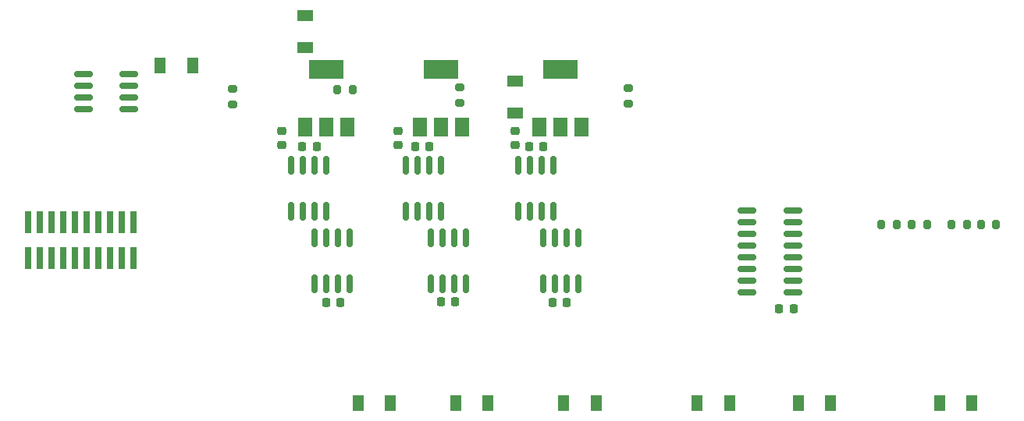
<source format=gbr>
%TF.GenerationSoftware,KiCad,Pcbnew,(6.0.4)*%
%TF.CreationDate,2022-12-17T19:50:06+01:00*%
%TF.ProjectId,bsc,6273632e-6b69-4636-9164-5f7063625858,rev?*%
%TF.SameCoordinates,Original*%
%TF.FileFunction,Paste,Bot*%
%TF.FilePolarity,Positive*%
%FSLAX46Y46*%
G04 Gerber Fmt 4.6, Leading zero omitted, Abs format (unit mm)*
G04 Created by KiCad (PCBNEW (6.0.4)) date 2022-12-17 19:50:06*
%MOMM*%
%LPD*%
G01*
G04 APERTURE LIST*
G04 Aperture macros list*
%AMRoundRect*
0 Rectangle with rounded corners*
0 $1 Rounding radius*
0 $2 $3 $4 $5 $6 $7 $8 $9 X,Y pos of 4 corners*
0 Add a 4 corners polygon primitive as box body*
4,1,4,$2,$3,$4,$5,$6,$7,$8,$9,$2,$3,0*
0 Add four circle primitives for the rounded corners*
1,1,$1+$1,$2,$3*
1,1,$1+$1,$4,$5*
1,1,$1+$1,$6,$7*
1,1,$1+$1,$8,$9*
0 Add four rect primitives between the rounded corners*
20,1,$1+$1,$2,$3,$4,$5,0*
20,1,$1+$1,$4,$5,$6,$7,0*
20,1,$1+$1,$6,$7,$8,$9,0*
20,1,$1+$1,$8,$9,$2,$3,0*%
G04 Aperture macros list end*
%ADD10R,1.300000X1.700000*%
%ADD11RoundRect,0.225000X-0.225000X-0.250000X0.225000X-0.250000X0.225000X0.250000X-0.225000X0.250000X0*%
%ADD12RoundRect,0.150000X0.150000X-0.825000X0.150000X0.825000X-0.150000X0.825000X-0.150000X-0.825000X0*%
%ADD13RoundRect,0.225000X0.225000X0.250000X-0.225000X0.250000X-0.225000X-0.250000X0.225000X-0.250000X0*%
%ADD14RoundRect,0.200000X-0.200000X-0.275000X0.200000X-0.275000X0.200000X0.275000X-0.200000X0.275000X0*%
%ADD15RoundRect,0.200000X0.275000X-0.200000X0.275000X0.200000X-0.275000X0.200000X-0.275000X-0.200000X0*%
%ADD16RoundRect,0.225000X-0.250000X0.225000X-0.250000X-0.225000X0.250000X-0.225000X0.250000X0.225000X0*%
%ADD17R,1.500000X2.000000*%
%ADD18R,3.800000X2.000000*%
%ADD19RoundRect,0.150000X-0.825000X-0.150000X0.825000X-0.150000X0.825000X0.150000X-0.825000X0.150000X0*%
%ADD20R,1.700000X1.300000*%
%ADD21R,0.740000X2.400000*%
G04 APERTURE END LIST*
D10*
%TO.C,D10*%
X81381600Y-77800200D03*
X77881600Y-77800200D03*
%TD*%
D11*
%TO.C,C44*%
X74383600Y-66852800D03*
X75933600Y-66852800D03*
%TD*%
D12*
%TO.C,U5*%
X101727000Y-64832000D03*
X100457000Y-64832000D03*
X99187000Y-64832000D03*
X97917000Y-64832000D03*
X97917000Y-59882000D03*
X99187000Y-59882000D03*
X100457000Y-59882000D03*
X101727000Y-59882000D03*
%TD*%
D10*
%TO.C,D9*%
X91973400Y-77800200D03*
X88473400Y-77800200D03*
%TD*%
D13*
%TO.C,C41*%
X85623400Y-49936400D03*
X84073400Y-49936400D03*
%TD*%
D12*
%TO.C,U8*%
X74422000Y-56958000D03*
X73152000Y-56958000D03*
X71882000Y-56958000D03*
X70612000Y-56958000D03*
X70612000Y-52008000D03*
X71882000Y-52008000D03*
X73152000Y-52008000D03*
X74422000Y-52008000D03*
%TD*%
%TO.C,U16*%
X86868000Y-56958000D03*
X85598000Y-56958000D03*
X84328000Y-56958000D03*
X83058000Y-56958000D03*
X83058000Y-52008000D03*
X84328000Y-52008000D03*
X85598000Y-52008000D03*
X86868000Y-52008000D03*
%TD*%
D14*
%TO.C,R37*%
X137923000Y-58420000D03*
X139573000Y-58420000D03*
%TD*%
D13*
%TO.C,C40*%
X73355200Y-49936400D03*
X71805200Y-49936400D03*
%TD*%
D14*
%TO.C,R39*%
X134621000Y-58420000D03*
X136271000Y-58420000D03*
%TD*%
D15*
%TO.C,R19*%
X64262000Y-45338000D03*
X64262000Y-43688000D03*
%TD*%
D14*
%TO.C,R41*%
X145416000Y-58420000D03*
X147066000Y-58420000D03*
%TD*%
D16*
%TO.C,C36*%
X69596000Y-48247000D03*
X69596000Y-49797000D03*
%TD*%
D12*
%TO.C,U9*%
X99060000Y-56958000D03*
X97790000Y-56958000D03*
X96520000Y-56958000D03*
X95250000Y-56958000D03*
X95250000Y-52008000D03*
X96520000Y-52008000D03*
X97790000Y-52008000D03*
X99060000Y-52008000D03*
%TD*%
D13*
%TO.C,C43*%
X97955400Y-49936400D03*
X96405400Y-49936400D03*
%TD*%
D10*
%TO.C,D6*%
X129108200Y-77800200D03*
X125608200Y-77800200D03*
%TD*%
D11*
%TO.C,C47*%
X98964400Y-66856800D03*
X100514400Y-66856800D03*
%TD*%
D12*
%TO.C,U6*%
X89535000Y-64832000D03*
X88265000Y-64832000D03*
X86995000Y-64832000D03*
X85725000Y-64832000D03*
X85725000Y-59882000D03*
X86995000Y-59882000D03*
X88265000Y-59882000D03*
X89535000Y-59882000D03*
%TD*%
D14*
%TO.C,R43*%
X142240000Y-58420000D03*
X143890000Y-58420000D03*
%TD*%
D16*
%TO.C,C45*%
X82169000Y-48247000D03*
X82169000Y-49797000D03*
%TD*%
D17*
%TO.C,U15*%
X102122000Y-47854000D03*
X99822000Y-47854000D03*
D18*
X99822000Y-41554000D03*
D17*
X97522000Y-47854000D03*
%TD*%
D14*
%TO.C,R63*%
X75603600Y-43738800D03*
X77253600Y-43738800D03*
%TD*%
D15*
%TO.C,R64*%
X107188000Y-45275000D03*
X107188000Y-43625000D03*
%TD*%
D19*
%TO.C,U13*%
X48071000Y-45847000D03*
X48071000Y-44577000D03*
X48071000Y-43307000D03*
X48071000Y-42037000D03*
X53021000Y-42037000D03*
X53021000Y-43307000D03*
X53021000Y-44577000D03*
X53021000Y-45847000D03*
%TD*%
D20*
%TO.C,D2*%
X94869000Y-46327000D03*
X94869000Y-42827000D03*
%TD*%
D10*
%TO.C,D3*%
X59916000Y-41148000D03*
X56416000Y-41148000D03*
%TD*%
D21*
%TO.C,J1*%
X42037000Y-58121000D03*
X42037000Y-62021000D03*
X43307000Y-58121000D03*
X43307000Y-62021000D03*
X44577000Y-58121000D03*
X44577000Y-62021000D03*
X45847000Y-58121000D03*
X45847000Y-62021000D03*
X47117000Y-58121000D03*
X47117000Y-62021000D03*
X48387000Y-58121000D03*
X48387000Y-62021000D03*
X49657000Y-58121000D03*
X49657000Y-62021000D03*
X50927000Y-58121000D03*
X50927000Y-62021000D03*
X52197000Y-58121000D03*
X52197000Y-62021000D03*
X53467000Y-58121000D03*
X53467000Y-62021000D03*
%TD*%
D17*
%TO.C,U17*%
X89168000Y-47854000D03*
X86868000Y-47854000D03*
D18*
X86868000Y-41554000D03*
D17*
X84568000Y-47854000D03*
%TD*%
D11*
%TO.C,C46*%
X86842600Y-66827400D03*
X88392600Y-66827400D03*
%TD*%
D13*
%TO.C,C28*%
X125108000Y-67564000D03*
X123558000Y-67564000D03*
%TD*%
D16*
%TO.C,C37*%
X94869000Y-48247000D03*
X94869000Y-49797000D03*
%TD*%
D10*
%TO.C,D5*%
X144424400Y-77800200D03*
X140924400Y-77800200D03*
%TD*%
D20*
%TO.C,D24*%
X72136000Y-39215000D03*
X72136000Y-35715000D03*
%TD*%
D15*
%TO.C,R65*%
X88925400Y-45173400D03*
X88925400Y-43523400D03*
%TD*%
D19*
%TO.C,U12*%
X120080000Y-65786000D03*
X120080000Y-64516000D03*
X120080000Y-63246000D03*
X120080000Y-61976000D03*
X120080000Y-60706000D03*
X120080000Y-59436000D03*
X120080000Y-58166000D03*
X120080000Y-56896000D03*
X125030000Y-56896000D03*
X125030000Y-58166000D03*
X125030000Y-59436000D03*
X125030000Y-60706000D03*
X125030000Y-61976000D03*
X125030000Y-63246000D03*
X125030000Y-64516000D03*
X125030000Y-65786000D03*
%TD*%
D12*
%TO.C,U4*%
X76962000Y-64832000D03*
X75692000Y-64832000D03*
X74422000Y-64832000D03*
X73152000Y-64832000D03*
X73152000Y-59882000D03*
X74422000Y-59882000D03*
X75692000Y-59882000D03*
X76962000Y-59882000D03*
%TD*%
D17*
%TO.C,U14*%
X76722000Y-47854000D03*
X74422000Y-47854000D03*
D18*
X74422000Y-41554000D03*
D17*
X72122000Y-47854000D03*
%TD*%
D10*
%TO.C,D8*%
X103680200Y-77800200D03*
X100180200Y-77800200D03*
%TD*%
%TO.C,D7*%
X118160800Y-77800200D03*
X114660800Y-77800200D03*
%TD*%
M02*

</source>
